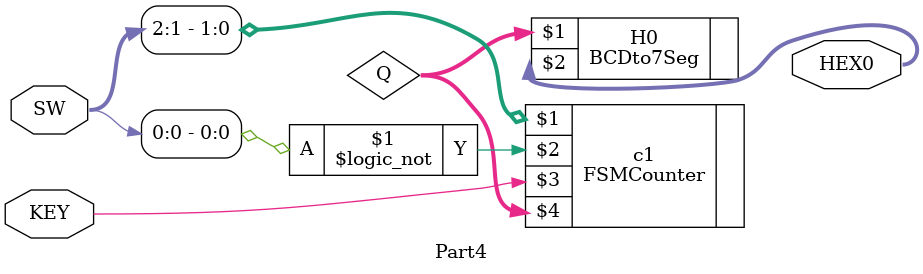
<source format=v>


module Part4(SW, KEY, HEX0);

	input [2:0]SW;		// input switches
	input [0:0]KEY;   // input KEY0 for clock
	output [0:6]HEX0;	// output hex display
	
	wire [3:0]Q;		// wire from counter
	
	FSMCounter c1(SW[2:1], !SW[0], KEY[0], Q);
	BCDto7Seg H0(Q, HEX0);
	
endmodule
</source>
